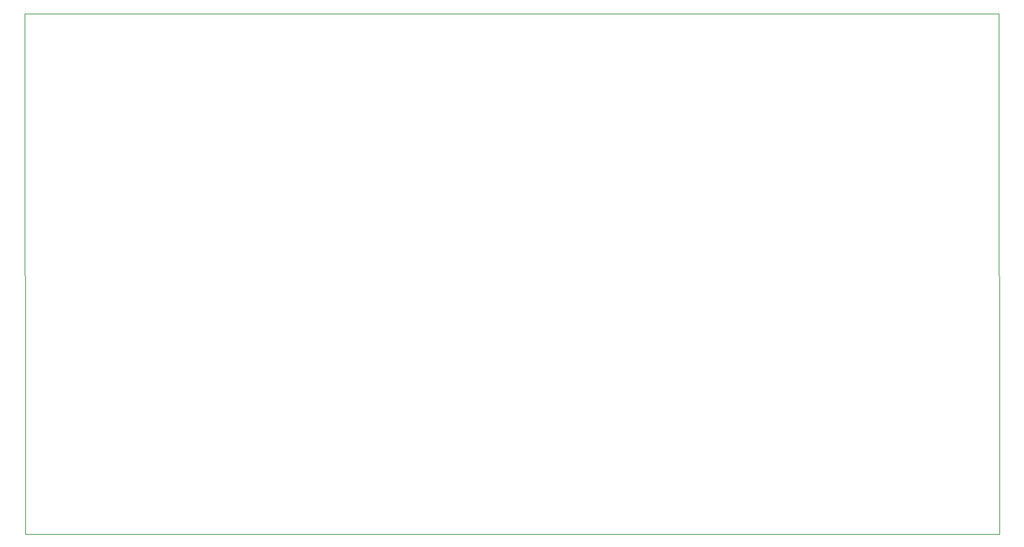
<source format=gbr>
%TF.GenerationSoftware,KiCad,Pcbnew,5.1.9-73d0e3b20d~88~ubuntu20.04.1*%
%TF.CreationDate,2021-04-10T15:21:01+02:00*%
%TF.ProjectId,pcb_central_unit,7063625f-6365-46e7-9472-616c5f756e69,rev?*%
%TF.SameCoordinates,Original*%
%TF.FileFunction,Profile,NP*%
%FSLAX46Y46*%
G04 Gerber Fmt 4.6, Leading zero omitted, Abs format (unit mm)*
G04 Created by KiCad (PCBNEW 5.1.9-73d0e3b20d~88~ubuntu20.04.1) date 2021-04-10 15:21:01*
%MOMM*%
%LPD*%
G01*
G04 APERTURE LIST*
%TA.AperFunction,Profile*%
%ADD10C,0.050000*%
%TD*%
G04 APERTURE END LIST*
D10*
X46863000Y-62484000D02*
X46990000Y-127000000D01*
X167513000Y-62484000D02*
X46863000Y-62484000D01*
X167640000Y-127000000D02*
X167513000Y-62484000D01*
X46990000Y-127000000D02*
X167640000Y-127000000D01*
M02*

</source>
